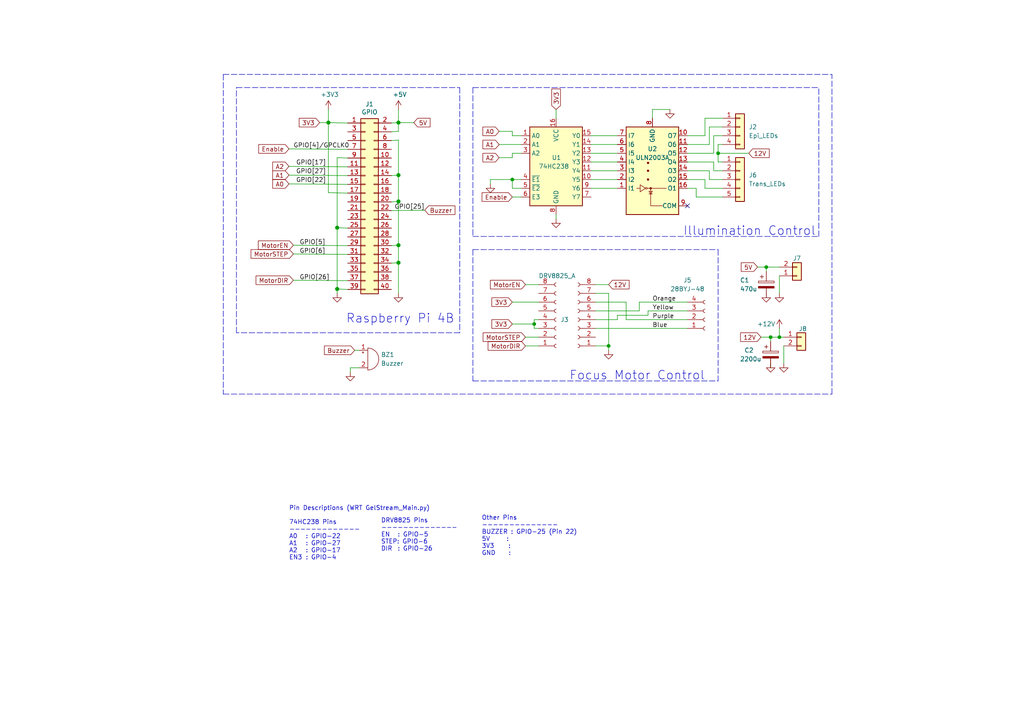
<source format=kicad_sch>
(kicad_sch (version 20211123) (generator eeschema)
  (paper "A4")
  (lib_symbols
    (symbol "74xx:74HC238"
      (property "Reference" "U" (at -7.62 13.97 0))
      (property "Value" "74HC238" (at 2.54 -11.43 0))
      (symbol "74HC238_0_1"
        (rectangle (start -7.62 12.7) (end 7.62 -10.16) (stroke (width 0.254)) (fill (type background)))
      )
      (symbol "74HC238_1_1"
        (pin input line (at -10.16 10.16 0) (length 2.54) (name "A0") (number "1"))
        (pin output line (at 10.16 -2.54 180) (length 2.54) (name "Y5") (number "10"))
        (pin output line (at 10.16 0 180) (length 2.54) (name "Y4") (number "11"))
        (pin output line (at 10.16 2.54 180) (length 2.54) (name "Y3") (number "12"))
        (pin output line (at 10.16 5.08 180) (length 2.54) (name "Y2") (number "13"))
        (pin output line (at 10.16 7.62 180) (length 2.54) (name "Y1") (number "14"))
        (pin output line (at 10.16 10.16 180) (length 2.54) (name "Y0") (number "15"))
        (pin power_in line (at 0 15.24 270) (length 2.54) (name "VCC") (number "16"))
        (pin input line (at -10.16 7.62 0) (length 2.54) (name "A1") (number "2"))
        (pin input line (at -10.16 5.08 0) (length 2.54) (name "A2") (number "3"))
        (pin input line (at -10.16 -2.54 0) (length 2.54) (name "~{E1}") (number "4"))
        (pin input line (at -10.16 -5.08 0) (length 2.54) (name "~{E2}") (number "5"))
        (pin input line (at -10.16 -7.62 0) (length 2.54) (name "E3") (number "6"))
        (pin output line (at 10.16 -7.62 180) (length 2.54) (name "Y7") (number "7"))
        (pin power_in line (at 0 -12.7 90) (length 2.54) (name "GND") (number "8"))
        (pin output line (at 10.16 -5.08 180) (length 2.54) (name "Y6") (number "9"))
      )
    )
    (symbol "Connector:Conn_01x04_Female" (pin_names (offset 1.016) hide)
      (property "Reference" "J" (at 0 5.08 0))
      (property "Value" "Conn_01x04_Female" (at 0 -7.62 0))
      (symbol "Conn_01x04_Female_1_1"
        (arc (start 0 -4.572) (mid -0.508 -5.08) (end 0 -5.588) (stroke (width 0.1524)))
        (arc (start 0 -2.032) (mid -0.508 -2.54) (end 0 -3.048) (stroke (width 0.1524)))
        (polyline (pts (xy -1.27 -5.08) (xy -0.508 -5.08)) (stroke (width 0.1524)))
        (polyline (pts (xy -1.27 -2.54) (xy -0.508 -2.54)) (stroke (width 0.1524)))
        (polyline (pts (xy -1.27 0) (xy -0.508 0)) (stroke (width 0.1524)))
        (polyline (pts (xy -1.27 2.54) (xy -0.508 2.54)) (stroke (width 0.1524)))
        (arc (start 0 0.508) (mid -0.508 0) (end 0 -0.508) (stroke (width 0.1524)))
        (arc (start 0 3.048) (mid -0.508 2.54) (end 0 2.032) (stroke (width 0.1524)))
        (pin passive line (at -5.08 2.54 0) (length 3.81) (name "Pin_1") (number "1"))
        (pin passive line (at -5.08 0 0) (length 3.81) (name "Pin_2") (number "2"))
        (pin passive line (at -5.08 -2.54 0) (length 3.81) (name "Pin_3") (number "3"))
        (pin passive line (at -5.08 -5.08 0) (length 3.81) (name "Pin_4") (number "4"))
      )
    )
    (symbol "Connector:Conn_01x08_Female" (pin_names (offset 1.016) hide)
      (property "Reference" "J" (at 0 10.16 0))
      (property "Value" "Conn_01x08_Female" (at 0 -12.7 0))
      (symbol "Conn_01x08_Female_1_1"
        (arc (start 0 -9.652) (mid -0.508 -10.16) (end 0 -10.668) (stroke (width 0.1524)))
        (arc (start 0 -7.112) (mid -0.508 -7.62) (end 0 -8.128) (stroke (width 0.1524)))
        (arc (start 0 -4.572) (mid -0.508 -5.08) (end 0 -5.588) (stroke (width 0.1524)))
        (arc (start 0 -2.032) (mid -0.508 -2.54) (end 0 -3.048) (stroke (width 0.1524)))
        (polyline (pts (xy -1.27 -10.16) (xy -0.508 -10.16)) (stroke (width 0.1524)))
        (polyline (pts (xy -1.27 -7.62) (xy -0.508 -7.62)) (stroke (width 0.1524)))
        (polyline (pts (xy -1.27 -5.08) (xy -0.508 -5.08)) (stroke (width 0.1524)))
        (polyline (pts (xy -1.27 -2.54) (xy -0.508 -2.54)) (stroke (width 0.1524)))
        (polyline (pts (xy -1.27 0) (xy -0.508 0)) (stroke (width 0.1524)))
        (polyline (pts (xy -1.27 2.54) (xy -0.508 2.54)) (stroke (width 0.1524)))
        (polyline (pts (xy -1.27 5.08) (xy -0.508 5.08)) (stroke (width 0.1524)))
        (polyline (pts (xy -1.27 7.62) (xy -0.508 7.62)) (stroke (width 0.1524)))
        (arc (start 0 0.508) (mid -0.508 0) (end 0 -0.508) (stroke (width 0.1524)))
        (arc (start 0 3.048) (mid -0.508 2.54) (end 0 2.032) (stroke (width 0.1524)))
        (arc (start 0 5.588) (mid -0.508 5.08) (end 0 4.572) (stroke (width 0.1524)))
        (arc (start 0 8.128) (mid -0.508 7.62) (end 0 7.112) (stroke (width 0.1524)))
        (pin passive line (at -5.08 7.62 0) (length 3.81) (name "Pin_1") (number "1"))
        (pin passive line (at -5.08 5.08 0) (length 3.81) (name "Pin_2") (number "2"))
        (pin passive line (at -5.08 2.54 0) (length 3.81) (name "Pin_3") (number "3"))
        (pin passive line (at -5.08 0 0) (length 3.81) (name "Pin_4") (number "4"))
        (pin passive line (at -5.08 -2.54 0) (length 3.81) (name "Pin_5") (number "5"))
        (pin passive line (at -5.08 -5.08 0) (length 3.81) (name "Pin_6") (number "6"))
        (pin passive line (at -5.08 -7.62 0) (length 3.81) (name "Pin_7") (number "7"))
        (pin passive line (at -5.08 -10.16 0) (length 3.81) (name "Pin_8") (number "8"))
      )
    )
    (symbol "Connector_Generic:Conn_01x02" (pin_names (offset 1.016) hide)
      (property "Reference" "J" (at 0 2.54 0))
      (property "Value" "Conn_01x02" (at 0 -5.08 0))
      (symbol "Conn_01x02_1_1"
        (rectangle (start -1.27 -2.413) (end 0 -2.667) (stroke (width 0.1524)))
        (rectangle (start -1.27 0.127) (end 0 -0.127) (stroke (width 0.1524)))
        (rectangle (start -1.27 1.27) (end 1.27 -3.81) (stroke (width 0.254)) (fill (type background)))
        (pin passive line (at -5.08 0 0) (length 3.81) (name "Pin_1") (number "1"))
        (pin passive line (at -5.08 -2.54 0) (length 3.81) (name "Pin_2") (number "2"))
      )
    )
    (symbol "Connector_Generic:Conn_01x04" (pin_names (offset 1.016) hide)
      (property "Reference" "J" (at 0 5.08 0))
      (property "Value" "Conn_01x04" (at 0 -7.62 0))
      (symbol "Conn_01x04_1_1"
        (rectangle (start -1.27 -4.953) (end 0 -5.207) (stroke (width 0.1524)))
        (rectangle (start -1.27 -2.413) (end 0 -2.667) (stroke (width 0.1524)))
        (rectangle (start -1.27 0.127) (end 0 -0.127) (stroke (width 0.1524)))
        (rectangle (start -1.27 2.667) (end 0 2.413) (stroke (width 0.1524)))
        (rectangle (start -1.27 3.81) (end 1.27 -6.35) (stroke (width 0.254)) (fill (type background)))
        (pin passive line (at -5.08 2.54 0) (length 3.81) (name "Pin_1") (number "1"))
        (pin passive line (at -5.08 0 0) (length 3.81) (name "Pin_2") (number "2"))
        (pin passive line (at -5.08 -2.54 0) (length 3.81) (name "Pin_3") (number "3"))
        (pin passive line (at -5.08 -5.08 0) (length 3.81) (name "Pin_4") (number "4"))
      )
    )
    (symbol "Connector_Generic:Conn_01x05" (pin_names (offset 1.016) hide)
      (property "Reference" "J" (at 0 7.62 0))
      (property "Value" "Conn_01x05" (at 0 -7.62 0))
      (symbol "Conn_01x05_1_1"
        (rectangle (start -1.27 -4.953) (end 0 -5.207) (stroke (width 0.1524)))
        (rectangle (start -1.27 -2.413) (end 0 -2.667) (stroke (width 0.1524)))
        (rectangle (start -1.27 0.127) (end 0 -0.127) (stroke (width 0.1524)))
        (rectangle (start -1.27 2.667) (end 0 2.413) (stroke (width 0.1524)))
        (rectangle (start -1.27 5.207) (end 0 4.953) (stroke (width 0.1524)))
        (rectangle (start -1.27 6.35) (end 1.27 -6.35) (stroke (width 0.254)) (fill (type background)))
        (pin passive line (at -5.08 5.08 0) (length 3.81) (name "Pin_1") (number "1"))
        (pin passive line (at -5.08 2.54 0) (length 3.81) (name "Pin_2") (number "2"))
        (pin passive line (at -5.08 0 0) (length 3.81) (name "Pin_3") (number "3"))
        (pin passive line (at -5.08 -2.54 0) (length 3.81) (name "Pin_4") (number "4"))
        (pin passive line (at -5.08 -5.08 0) (length 3.81) (name "Pin_5") (number "5"))
      )
    )
    (symbol "Connector_Generic:Conn_02x20_Odd_Even" (pin_names (offset 1.016) hide)
      (property "Reference" "J" (at 1.27 25.4 0))
      (property "Value" "Conn_02x20_Odd_Even" (at 1.27 -27.94 0))
      (symbol "Conn_02x20_Odd_Even_1_1"
        (rectangle (start -1.27 -25.273) (end 0 -25.527) (stroke (width 0.1524)))
        (rectangle (start -1.27 -22.733) (end 0 -22.987) (stroke (width 0.1524)))
        (rectangle (start -1.27 -20.193) (end 0 -20.447) (stroke (width 0.1524)))
        (rectangle (start -1.27 -17.653) (end 0 -17.907) (stroke (width 0.1524)))
        (rectangle (start -1.27 -15.113) (end 0 -15.367) (stroke (width 0.1524)))
        (rectangle (start -1.27 -12.573) (end 0 -12.827) (stroke (width 0.1524)))
        (rectangle (start -1.27 -10.033) (end 0 -10.287) (stroke (width 0.1524)))
        (rectangle (start -1.27 -7.493) (end 0 -7.747) (stroke (width 0.1524)))
        (rectangle (start -1.27 -4.953) (end 0 -5.207) (stroke (width 0.1524)))
        (rectangle (start -1.27 -2.413) (end 0 -2.667) (stroke (width 0.1524)))
        (rectangle (start -1.27 0.127) (end 0 -0.127) (stroke (width 0.1524)))
        (rectangle (start -1.27 2.667) (end 0 2.413) (stroke (width 0.1524)))
        (rectangle (start -1.27 5.207) (end 0 4.953) (stroke (width 0.1524)))
        (rectangle (start -1.27 7.747) (end 0 7.493) (stroke (width 0.1524)))
        (rectangle (start -1.27 10.287) (end 0 10.033) (stroke (width 0.1524)))
        (rectangle (start -1.27 12.827) (end 0 12.573) (stroke (width 0.1524)))
        (rectangle (start -1.27 15.367) (end 0 15.113) (stroke (width 0.1524)))
        (rectangle (start -1.27 17.907) (end 0 17.653) (stroke (width 0.1524)))
        (rectangle (start -1.27 20.447) (end 0 20.193) (stroke (width 0.1524)))
        (rectangle (start -1.27 22.987) (end 0 22.733) (stroke (width 0.1524)))
        (rectangle (start -1.27 24.13) (end 3.81 -26.67) (stroke (width 0.254)) (fill (type background)))
        (rectangle (start 3.81 -25.273) (end 2.54 -25.527) (stroke (width 0.1524)))
        (rectangle (start 3.81 -22.733) (end 2.54 -22.987) (stroke (width 0.1524)))
        (rectangle (start 3.81 -20.193) (end 2.54 -20.447) (stroke (width 0.1524)))
        (rectangle (start 3.81 -17.653) (end 2.54 -17.907) (stroke (width 0.1524)))
        (rectangle (start 3.81 -15.113) (end 2.54 -15.367) (stroke (width 0.1524)))
        (rectangle (start 3.81 -12.573) (end 2.54 -12.827) (stroke (width 0.1524)))
        (rectangle (start 3.81 -10.033) (end 2.54 -10.287) (stroke (width 0.1524)))
        (rectangle (start 3.81 -7.493) (end 2.54 -7.747) (stroke (width 0.1524)))
        (rectangle (start 3.81 -4.953) (end 2.54 -5.207) (stroke (width 0.1524)))
        (rectangle (start 3.81 -2.413) (end 2.54 -2.667) (stroke (width 0.1524)))
        (rectangle (start 3.81 0.127) (end 2.54 -0.127) (stroke (width 0.1524)))
        (rectangle (start 3.81 2.667) (end 2.54 2.413) (stroke (width 0.1524)))
        (rectangle (start 3.81 5.207) (end 2.54 4.953) (stroke (width 0.1524)))
        (rectangle (start 3.81 7.747) (end 2.54 7.493) (stroke (width 0.1524)))
        (rectangle (start 3.81 10.287) (end 2.54 10.033) (stroke (width 0.1524)))
        (rectangle (start 3.81 12.827) (end 2.54 12.573) (stroke (width 0.1524)))
        (rectangle (start 3.81 15.367) (end 2.54 15.113) (stroke (width 0.1524)))
        (rectangle (start 3.81 17.907) (end 2.54 17.653) (stroke (width 0.1524)))
        (rectangle (start 3.81 20.447) (end 2.54 20.193) (stroke (width 0.1524)))
        (rectangle (start 3.81 22.987) (end 2.54 22.733) (stroke (width 0.1524)))
        (pin passive line (at -5.08 22.86 0) (length 3.81) (name "Pin_1") (number "1"))
        (pin passive line (at 7.62 12.7 180) (length 3.81) (name "Pin_10") (number "10"))
        (pin passive line (at -5.08 10.16 0) (length 3.81) (name "Pin_11") (number "11"))
        (pin passive line (at 7.62 10.16 180) (length 3.81) (name "Pin_12") (number "12"))
        (pin passive line (at -5.08 7.62 0) (length 3.81) (name "Pin_13") (number "13"))
        (pin passive line (at 7.62 7.62 180) (length 3.81) (name "Pin_14") (number "14"))
        (pin passive line (at -5.08 5.08 0) (length 3.81) (name "Pin_15") (number "15"))
        (pin passive line (at 7.62 5.08 180) (length 3.81) (name "Pin_16") (number "16"))
        (pin passive line (at -5.08 2.54 0) (length 3.81) (name "Pin_17") (number "17"))
        (pin passive line (at 7.62 2.54 180) (length 3.81) (name "Pin_18") (number "18"))
        (pin passive line (at -5.08 0 0) (length 3.81) (name "Pin_19") (number "19"))
        (pin passive line (at 7.62 22.86 180) (length 3.81) (name "Pin_2") (number "2"))
        (pin passive line (at 7.62 0 180) (length 3.81) (name "Pin_20") (number "20"))
        (pin passive line (at -5.08 -2.54 0) (length 3.81) (name "Pin_21") (number "21"))
        (pin passive line (at 7.62 -2.54 180) (length 3.81) (name "Pin_22") (number "22"))
        (pin passive line (at -5.08 -5.08 0) (length 3.81) (name "Pin_23") (number "23"))
        (pin passive line (at 7.62 -5.08 180) (length 3.81) (name "Pin_24") (number "24"))
        (pin passive line (at -5.08 -7.62 0) (length 3.81) (name "Pin_25") (number "25"))
        (pin passive line (at 7.62 -7.62 180) (length 3.81) (name "Pin_26") (number "26"))
        (pin passive line (at -5.08 -10.16 0) (length 3.81) (name "Pin_27") (number "27"))
        (pin passive line (at 7.62 -10.16 180) (length 3.81) (name "Pin_28") (number "28"))
        (pin passive line (at -5.08 -12.7 0) (length 3.81) (name "Pin_29") (number "29"))
        (pin passive line (at -5.08 20.32 0) (length 3.81) (name "Pin_3") (number "3"))
        (pin passive line (at 7.62 -12.7 180) (length 3.81) (name "Pin_30") (number "30"))
        (pin passive line (at -5.08 -15.24 0) (length 3.81) (name "Pin_31") (number "31"))
        (pin passive line (at 7.62 -15.24 180) (length 3.81) (name "Pin_32") (number "32"))
        (pin passive line (at -5.08 -17.78 0) (length 3.81) (name "Pin_33") (number "33"))
        (pin passive line (at 7.62 -17.78 180) (length 3.81) (name "Pin_34") (number "34"))
        (pin passive line (at -5.08 -20.32 0) (length 3.81) (name "Pin_35") (number "35"))
        (pin passive line (at 7.62 -20.32 180) (length 3.81) (name "Pin_36") (number "36"))
        (pin passive line (at -5.08 -22.86 0) (length 3.81) (name "Pin_37") (number "37"))
        (pin passive line (at 7.62 -22.86 180) (length 3.81) (name "Pin_38") (number "38"))
        (pin passive line (at -5.08 -25.4 0) (length 3.81) (name "Pin_39") (number "39"))
        (pin passive line (at 7.62 20.32 180) (length 3.81) (name "Pin_4") (number "4"))
        (pin passive line (at 7.62 -25.4 180) (length 3.81) (name "Pin_40") (number "40"))
        (pin passive line (at -5.08 17.78 0) (length 3.81) (name "Pin_5") (number "5"))
        (pin passive line (at 7.62 17.78 180) (length 3.81) (name "Pin_6") (number "6"))
        (pin passive line (at -5.08 15.24 0) (length 3.81) (name "Pin_7") (number "7"))
        (pin passive line (at 7.62 15.24 180) (length 3.81) (name "Pin_8") (number "8"))
        (pin passive line (at -5.08 12.7 0) (length 3.81) (name "Pin_9") (number "9"))
      )
    )
    (symbol "Device:Buzzer" (pin_names (offset 0.0254) hide)
      (property "Reference" "BZ" (at 3.81 1.27 0))
      (property "Value" "Buzzer" (at 3.81 -1.27 0))
      (symbol "Buzzer_0_1"
        (arc (start 0 -3.175) (mid 3.175 0) (end 0 3.175))
        (polyline (pts (xy -1.651 1.905) (xy -1.143 1.905)))
        (polyline (pts (xy -1.397 2.159) (xy -1.397 1.651)))
        (polyline (pts (xy 0 3.175) (xy 0 -3.175)))
      )
      (symbol "Buzzer_1_1"
        (pin passive line (at -2.54 2.54 0) (length 2.54) (name "-") (number "1"))
        (pin passive line (at -2.54 -2.54 0) (length 2.54) (name "+") (number "2"))
      )
    )
    (symbol "Device:C_Polarized" (pin_numbers hide) (pin_names (offset 0.254))
      (property "Reference" "C" (at 0.635 2.54 0))
      (property "Value" "C_Polarized" (at 0.635 -2.54 0))
      (symbol "C_Polarized_0_1"
        (rectangle (start -2.286 0.508) (end 2.286 1.016))
        (polyline (pts (xy -1.778 2.286) (xy -0.762 2.286)))
        (polyline (pts (xy -1.27 2.794) (xy -1.27 1.778)))
        (rectangle (start 2.286 -0.508) (end -2.286 -1.016) (fill (type outline)))
      )
      (symbol "C_Polarized_1_1"
        (pin passive line (at 0 3.81 270) (length 2.794) (name "~") (number "1"))
        (pin passive line (at 0 -3.81 90) (length 2.794) (name "~") (number "2"))
      )
    )
    (symbol "GND_1" (power) (pin_numbers hide) (pin_names (offset 0) hide)
      (property "Value" "GND_1" (at 0 -3.81 0))
      (symbol "GND_1_0_1"
        (polyline (pts (xy 0 0) (xy 0 -1.27) (xy 1.27 -1.27) (xy 0 -2.54) (xy -1.27 -1.27) (xy 0 -1.27)))
      )
      (symbol "GND_1_1_1"
        (pin power_in line (at 0 0 270) (length 0) hide (name "GND") (number "1"))
      )
    )
    (symbol "GND_10" (power) (pin_numbers hide) (pin_names (offset 0) hide)
      (property "Value" "GND_10" (at 0 -3.81 0))
      (symbol "GND_10_0_1"
        (polyline (pts (xy 0 0) (xy 0 -1.27) (xy 1.27 -1.27) (xy 0 -2.54) (xy -1.27 -1.27) (xy 0 -1.27)))
      )
      (symbol "GND_10_1_1"
        (pin power_in line (at 0 0 270) (length 0) hide (name "GND") (number "1"))
      )
    )
    (symbol "GND_2" (power) (pin_numbers hide) (pin_names (offset 0) hide)
      (property "Value" "GND_2" (at 0 -3.81 0))
      (symbol "GND_2_0_1"
        (polyline (pts (xy 0 0) (xy 0 -1.27) (xy 1.27 -1.27) (xy 0 -2.54) (xy -1.27 -1.27) (xy 0 -1.27)))
      )
      (symbol "GND_2_1_1"
        (pin power_in line (at 0 0 270) (length 0) hide (name "GND") (number "1"))
      )
    )
    (symbol "GND_3" (power) (pin_numbers hide) (pin_names (offset 0) hide)
      (property "Value" "GND_3" (at 0 -3.81 0))
      (symbol "GND_3_0_1"
        (polyline (pts (xy 0 0) (xy 0 -1.27) (xy 1.27 -1.27) (xy 0 -2.54) (xy -1.27 -1.27) (xy 0 -1.27)))
      )
      (symbol "GND_3_1_1"
        (pin power_in line (at 0 0 270) (length 0) hide (name "GND") (number "1"))
      )
    )
    (symbol "GND_4" (power) (pin_numbers hide) (pin_names (offset 0) hide)
      (property "Value" "GND_4" (at 0 -3.81 0))
      (symbol "GND_4_0_1"
        (polyline (pts (xy 0 0) (xy 0 -1.27) (xy 1.27 -1.27) (xy 0 -2.54) (xy -1.27 -1.27) (xy 0 -1.27)))
      )
      (symbol "GND_4_1_1"
        (pin power_in line (at 0 0 270) (length 0) hide (name "GND") (number "1"))
      )
    )
    (symbol "GND_5" (power) (pin_numbers hide) (pin_names (offset 0) hide)
      (property "Value" "GND_5" (at 0 -3.81 0))
      (symbol "GND_5_0_1"
        (polyline (pts (xy 0 0) (xy 0 -1.27) (xy 1.27 -1.27) (xy 0 -2.54) (xy -1.27 -1.27) (xy 0 -1.27)))
      )
      (symbol "GND_5_1_1"
        (pin power_in line (at 0 0 270) (length 0) hide (name "GND") (number "1"))
      )
    )
    (symbol "GND_6" (power) (pin_numbers hide) (pin_names (offset 0) hide)
      (property "Value" "GND_6" (at 0 -3.81 0))
      (symbol "GND_6_0_1"
        (polyline (pts (xy 0 0) (xy 0 -1.27) (xy 1.27 -1.27) (xy 0 -2.54) (xy -1.27 -1.27) (xy 0 -1.27)))
      )
      (symbol "GND_6_1_1"
        (pin power_in line (at 0 0 270) (length 0) hide (name "GND") (number "1"))
      )
    )
    (symbol "GND_7" (power) (pin_numbers hide) (pin_names (offset 0) hide)
      (property "Value" "GND_7" (at 0 -3.81 0))
      (symbol "GND_7_0_1"
        (polyline (pts (xy 0 0) (xy 0 -1.27) (xy 1.27 -1.27) (xy 0 -2.54) (xy -1.27 -1.27) (xy 0 -1.27)))
      )
      (symbol "GND_7_1_1"
        (pin power_in line (at 0 0 270) (length 0) hide (name "GND") (number "1"))
      )
    )
    (symbol "GND_8" (power) (pin_numbers hide) (pin_names (offset 0) hide)
      (property "Value" "GND_8" (at 0 -3.81 0))
      (symbol "GND_8_0_1"
        (polyline (pts (xy 0 0) (xy 0 -1.27) (xy 1.27 -1.27) (xy 0 -2.54) (xy -1.27 -1.27) (xy 0 -1.27)))
      )
      (symbol "GND_8_1_1"
        (pin power_in line (at 0 0 270) (length 0) hide (name "GND") (number "1"))
      )
    )
    (symbol "GND_9" (power) (pin_numbers hide) (pin_names (offset 0) hide)
      (property "Value" "GND_9" (at 0 -3.81 0))
      (symbol "GND_9_0_1"
        (polyline (pts (xy 0 0) (xy 0 -1.27) (xy 1.27 -1.27) (xy 0 -2.54) (xy -1.27 -1.27) (xy 0 -1.27)))
      )
      (symbol "GND_9_1_1"
        (pin power_in line (at 0 0 270) (length 0) hide (name "GND") (number "1"))
      )
    )
    (symbol "Transistor_Array:ULN2003A"
      (property "Reference" "U" (at 0 15.875 0))
      (property "Value" "ULN2003A" (at 0 13.97 0))
      (symbol "ULN2003A_0_1"
        (rectangle (start -7.62 -12.7) (end 7.62 12.7) (stroke (width 0.254)) (fill (type background)))
        (circle (center -1.778 5.08) (radius 0.254))
        (circle (center -1.27 -2.286) (radius 0.254) (fill (type outline)))
        (circle (center -1.27 0) (radius 0.254) (fill (type outline)))
        (circle (center -1.27 2.54) (radius 0.254) (fill (type outline)))
        (circle (center -0.508 5.08) (radius 0.254) (fill (type outline)))
        (polyline (pts (xy -4.572 5.08) (xy -3.556 5.08)))
        (polyline (pts (xy -1.524 5.08) (xy 4.064 5.08)))
        (polyline (pts (xy 0 6.731) (xy -1.016 6.731)))
        (polyline (pts (xy -0.508 5.08) (xy -0.508 10.16) (xy 2.921 10.16)))
        (polyline (pts (xy -3.556 6.096) (xy -3.556 4.064) (xy -2.032 5.08) (xy -3.556 6.096)))
        (polyline (pts (xy 0 5.969) (xy -1.016 5.969) (xy -0.508 6.731) (xy 0 5.969)))
      )
      (symbol "ULN2003A_1_1"
        (pin input line (at -10.16 5.08 0) (length 2.54) (name "I1") (number "1"))
        (pin open_collector line (at 10.16 -10.16 180) (length 2.54) (name "O7") (number "10"))
        (pin open_collector line (at 10.16 -7.62 180) (length 2.54) (name "O6") (number "11"))
        (pin open_collector line (at 10.16 -5.08 180) (length 2.54) (name "O5") (number "12"))
        (pin open_collector line (at 10.16 -2.54 180) (length 2.54) (name "O4") (number "13"))
        (pin open_collector line (at 10.16 0 180) (length 2.54) (name "O3") (number "14"))
        (pin open_collector line (at 10.16 2.54 180) (length 2.54) (name "O2") (number "15"))
        (pin open_collector line (at 10.16 5.08 180) (length 2.54) (name "O1") (number "16"))
        (pin input line (at -10.16 2.54 0) (length 2.54) (name "I2") (number "2"))
        (pin input line (at -10.16 0 0) (length 2.54) (name "I3") (number "3"))
        (pin input line (at -10.16 -2.54 0) (length 2.54) (name "I4") (number "4"))
        (pin input line (at -10.16 -5.08 0) (length 2.54) (name "I5") (number "5"))
        (pin input line (at -10.16 -7.62 0) (length 2.54) (name "I6") (number "6"))
        (pin input line (at -10.16 -10.16 0) (length 2.54) (name "I7") (number "7"))
        (pin power_in line (at 0 -15.24 90) (length 2.54) (name "GND") (number "8"))
        (pin passive line (at 10.16 10.16 180) (length 2.54) (name "COM") (number "9"))
      )
    )
    (symbol "power:+12V" (power) (pin_numbers hide) (pin_names (offset 0) hide)
      (property "Value" "+12V" (at 0 3.556 0))
      (symbol "+12V_0_1"
        (polyline (pts (xy -0.762 1.27) (xy 0 2.54)))
        (polyline (pts (xy 0 0) (xy 0 2.54)))
        (polyline (pts (xy 0 2.54) (xy 0.762 1.27)))
      )
      (symbol "+12V_1_1"
        (pin power_in line (at 0 0 90) (length 0) hide (name "+12V") (number "1"))
      )
    )
    (symbol "power:+3.3V" (power) (pin_numbers hide) (pin_names (offset 0) hide)
      (property "Value" "+3.3V" (at 0 3.556 0))
      (symbol "+3.3V_0_1"
        (polyline (pts (xy -0.762 1.27) (xy 0 2.54)))
        (polyline (pts (xy 0 0) (xy 0 2.54)))
        (polyline (pts (xy 0 2.54) (xy 0.762 1.27)))
      )
      (symbol "+3.3V_1_1"
        (pin power_in line (at 0 0 90) (length 0) hide (name "+3V3") (number "1"))
      )
    )
    (symbol "power:+5V" (power) (pin_numbers hide) (pin_names (offset 0) hide)
      (property "Value" "+5V" (at 0 3.556 0))
      (symbol "+5V_0_1"
        (polyline (pts (xy -0.762 1.27) (xy 0 2.54)))
        (polyline (pts (xy 0 0) (xy 0 2.54)))
        (polyline (pts (xy 0 2.54) (xy 0.762 1.27)))
      )
      (symbol "+5V_1_1"
        (pin power_in line (at 0 0 90) (length 0) hide (name "+5V") (number "1"))
      )
    )
    (symbol "power:GND" (power) (pin_numbers hide) (pin_names (offset 0) hide)
      (property "Value" "GND" (at 0 -3.81 0))
      (symbol "GND_0_1"
        (polyline (pts (xy 0 0) (xy 0 -1.27) (xy 1.27 -1.27) (xy 0 -2.54) (xy -1.27 -1.27) (xy 0 -1.27)))
      )
      (symbol "GND_1_1"
        (pin power_in line (at 0 0 270) (length 0) hide (name "GND") (number "1"))
      )
    )
  )
  (junction (at 176.53 100.33))
  (junction (at 154.94 93.98))
  (junction (at 222.25 77.47))
  (junction (at 97.79 66.04) (diameter 1.016))
  (junction (at 115.57 71.12) (diameter 1.016))
  (junction (at 223.52 97.79))
  (junction (at 115.57 35.56) (diameter 1.016))
  (junction (at 115.57 76.2) (diameter 1.016))
  (junction (at 148.59 52.07))
  (junction (at 115.57 58.42) (diameter 1.016))
  (junction (at 115.57 50.8) (diameter 1.016))
  (junction (at 208.28 44.45))
  (junction (at 97.79 83.82) (diameter 1.016))
  (junction (at 226.06 97.79))
  (junction (at 95.25 35.56) (diameter 1.016))
  (no_connect (at 199.39 59.69))
  (wire (pts (xy 208.28 46.99) (xy 208.28 44.45)))
  (wire (pts (xy 204.47 39.37) (xy 199.39 39.37)))
  (wire (pts (xy 115.57 31.75) (xy 115.57 35.56)))
  (wire (pts (xy 187.96 90.17) (xy 199.39 90.17)))
  (wire (pts (xy 97.79 66.04) (xy 100.838 66.167)))
  (wire (pts (xy 181.61 92.71) (xy 199.39 92.71)))
  (wire (pts (xy 95.25 35.56) (xy 100.838 35.687)))
  (wire (pts (xy 199.39 49.53) (xy 205.74 49.53)))
  (wire (pts (xy 115.57 35.56) (xy 115.57 38.1)))
  (wire (pts (xy 115.57 58.42) (xy 113.538 58.547)))
  (wire (pts (xy 179.07 92.71) (xy 179.07 91.44)))
  (wire (pts (xy 205.74 52.07) (xy 209.55 52.07)))
  (wire (pts (xy 208.28 41.91) (xy 208.28 44.45)))
  (wire (pts (xy 207.01 39.37) (xy 207.01 44.45)))
  (wire (pts (xy 205.74 36.83) (xy 209.55 36.83)))
  (wire (pts (xy 209.55 46.99) (xy 208.28 46.99)))
  (wire (pts (xy 115.57 35.56) (xy 120.015 35.56)))
  (wire (pts (xy 142.24 52.07) (xy 142.24 53.34)))
  (polyline (pts (xy 208.28 72.39) (xy 208.28 110.49)))
  (wire (pts (xy 185.42 87.63) (xy 199.39 87.63)))
  (wire (pts (xy 151.13 52.07) (xy 148.59 52.07)))
  (wire (pts (xy 217.17 44.45) (xy 208.28 44.45)))
  (wire (pts (xy 154.94 95.25) (xy 156.21 95.25)))
  (wire (pts (xy 172.72 95.25) (xy 199.39 95.25)))
  (wire (pts (xy 222.25 77.47) (xy 222.25 78.74)))
  (wire (pts (xy 148.59 44.45) (xy 148.59 45.72)))
  (wire (pts (xy 148.59 39.37) (xy 151.13 39.37)))
  (wire (pts (xy 83.82 43.18) (xy 100.838 43.307)))
  (wire (pts (xy 156.21 92.71) (xy 154.94 92.71)))
  (wire (pts (xy 97.79 83.82) (xy 100.838 83.947)))
  (wire (pts (xy 154.94 93.98) (xy 154.94 95.25)))
  (wire (pts (xy 176.53 82.55) (xy 172.72 82.55)))
  (polyline (pts (xy 64.77 21.59) (xy 241.3 21.59)))
  (wire (pts (xy 171.45 52.07) (xy 179.07 52.07)))
  (polyline (pts (xy 137.16 110.49) (xy 208.28 110.49)))
  (wire (pts (xy 172.72 87.63) (xy 181.61 87.63)))
  (wire (pts (xy 207.01 44.45) (xy 199.39 44.45)))
  (wire (pts (xy 97.79 45.72) (xy 100.838 45.847)))
  (wire (pts (xy 115.57 40.64) (xy 113.538 40.767)))
  (wire (pts (xy 95.25 35.56) (xy 95.25 55.88)))
  (wire (pts (xy 115.57 50.8) (xy 113.538 50.927)))
  (polyline (pts (xy 68.58 25.4) (xy 133.35 25.4)))
  (wire (pts (xy 199.39 52.07) (xy 204.47 52.07)))
  (wire (pts (xy 151.13 44.45) (xy 148.59 44.45)))
  (wire (pts (xy 204.47 52.07) (xy 204.47 54.61)))
  (wire (pts (xy 97.79 45.72) (xy 97.79 66.04)))
  (wire (pts (xy 171.45 39.37) (xy 179.07 39.37)))
  (wire (pts (xy 115.57 71.12) (xy 115.57 76.2)))
  (polyline (pts (xy 241.3 114.3) (xy 241.3 21.59)))
  (wire (pts (xy 223.52 97.79) (xy 223.52 99.06)))
  (wire (pts (xy 220.726 97.79) (xy 223.52 97.79)))
  (wire (pts (xy 85.09 81.28) (xy 100.838 81.407)))
  (polyline (pts (xy 68.58 96.52) (xy 68.58 25.4)))
  (wire (pts (xy 209.55 41.91) (xy 208.28 41.91)))
  (wire (pts (xy 227.33 100.33) (xy 227.33 105.41)))
  (wire (pts (xy 226.06 85.09) (xy 226.06 80.01)))
  (wire (pts (xy 92.71 35.56) (xy 95.25 35.56)))
  (polyline (pts (xy 137.16 25.4) (xy 137.16 68.58)))
  (wire (pts (xy 171.45 44.45) (xy 179.07 44.45)))
  (wire (pts (xy 185.42 90.17) (xy 185.42 87.63)))
  (wire (pts (xy 144.78 41.91) (xy 151.13 41.91)))
  (wire (pts (xy 115.57 71.12) (xy 113.538 71.247)))
  (wire (pts (xy 171.45 46.99) (xy 179.07 46.99)))
  (wire (pts (xy 226.06 97.79) (xy 227.33 97.79)))
  (wire (pts (xy 113.538 61.087) (xy 123.19 60.96)))
  (wire (pts (xy 172.72 100.33) (xy 176.53 100.33)))
  (polyline (pts (xy 237.49 68.58) (xy 237.49 25.4)))
  (wire (pts (xy 115.57 58.42) (xy 115.57 71.12)))
  (wire (pts (xy 152.4 97.79) (xy 156.21 97.79)))
  (wire (pts (xy 199.39 46.99) (xy 207.01 46.99)))
  (wire (pts (xy 148.59 52.07) (xy 142.24 52.07)))
  (wire (pts (xy 161.29 31.75) (xy 161.29 34.29)))
  (wire (pts (xy 223.52 105.41) (xy 223.52 106.68)))
  (wire (pts (xy 152.4 82.55) (xy 156.21 82.55)))
  (polyline (pts (xy 137.16 72.39) (xy 137.16 110.49)))
  (wire (pts (xy 207.01 46.99) (xy 207.01 49.53)))
  (polyline (pts (xy 133.35 96.52) (xy 68.58 96.52)))
  (polyline (pts (xy 137.16 68.58) (xy 237.49 68.58)))
  (wire (pts (xy 209.55 34.29) (xy 204.47 34.29)))
  (wire (pts (xy 115.57 40.64) (xy 115.57 50.8)))
  (wire (pts (xy 115.57 50.8) (xy 115.57 58.42)))
  (wire (pts (xy 172.72 90.17) (xy 185.42 90.17)))
  (wire (pts (xy 115.57 35.56) (xy 113.538 35.687)))
  (wire (pts (xy 85.09 73.66) (xy 100.838 73.787)))
  (wire (pts (xy 102.87 101.6) (xy 104.14 101.6)))
  (wire (pts (xy 199.39 41.91) (xy 205.74 41.91)))
  (wire (pts (xy 201.93 57.15) (xy 209.55 57.15)))
  (wire (pts (xy 189.23 34.29) (xy 189.23 31.75)))
  (wire (pts (xy 176.53 85.09) (xy 176.53 100.33)))
  (wire (pts (xy 83.82 50.8) (xy 100.838 50.927)))
  (wire (pts (xy 205.74 41.91) (xy 205.74 36.83)))
  (polyline (pts (xy 137.16 25.4) (xy 237.49 25.4)))
  (wire (pts (xy 189.23 31.75) (xy 194.31 31.75)))
  (wire (pts (xy 222.25 77.47) (xy 226.06 77.47)))
  (polyline (pts (xy 137.16 72.39) (xy 208.28 72.39)))
  (wire (pts (xy 151.13 54.61) (xy 148.59 54.61)))
  (wire (pts (xy 222.25 85.09) (xy 222.25 86.36)))
  (wire (pts (xy 101.6 106.68) (xy 101.6 107.95)))
  (wire (pts (xy 148.59 45.72) (xy 144.78 45.72)))
  (wire (pts (xy 95.25 31.75) (xy 95.25 35.56)))
  (wire (pts (xy 161.29 62.23) (xy 161.29 63.5)))
  (wire (pts (xy 204.47 54.61) (xy 209.55 54.61)))
  (wire (pts (xy 171.45 41.91) (xy 179.07 41.91)))
  (wire (pts (xy 97.79 66.04) (xy 97.79 83.82)))
  (wire (pts (xy 148.59 57.15) (xy 151.13 57.15)))
  (wire (pts (xy 83.82 53.34) (xy 100.838 53.467)))
  (wire (pts (xy 148.59 52.07) (xy 148.59 54.61)))
  (wire (pts (xy 154.94 92.71) (xy 154.94 93.98)))
  (wire (pts (xy 187.96 91.44) (xy 187.96 90.17)))
  (wire (pts (xy 115.57 38.1) (xy 113.538 38.227)))
  (wire (pts (xy 152.4 100.33) (xy 156.21 100.33)))
  (wire (pts (xy 104.14 106.68) (xy 101.6 106.68)))
  (wire (pts (xy 223.52 97.79) (xy 226.06 97.79)))
  (polyline (pts (xy 133.35 25.4) (xy 133.35 96.52)))
  (wire (pts (xy 172.72 92.71) (xy 179.07 92.71)))
  (wire (pts (xy 171.45 49.53) (xy 179.07 49.53)))
  (wire (pts (xy 205.74 49.53) (xy 205.74 52.07)))
  (wire (pts (xy 97.79 83.82) (xy 97.79 85.09)))
  (wire (pts (xy 209.55 39.37) (xy 207.01 39.37)))
  (wire (pts (xy 226.06 95.25) (xy 226.06 97.79)))
  (wire (pts (xy 115.57 76.2) (xy 113.538 76.327)))
  (polyline (pts (xy 64.77 21.59) (xy 64.77 114.3)))
  (wire (pts (xy 115.57 76.2) (xy 115.57 85.09)))
  (wire (pts (xy 201.93 54.61) (xy 201.93 57.15)))
  (wire (pts (xy 95.25 55.88) (xy 100.838 56.007)))
  (wire (pts (xy 176.53 100.33) (xy 176.53 101.6)))
  (wire (pts (xy 172.72 85.09) (xy 176.53 85.09)))
  (wire (pts (xy 148.59 87.63) (xy 156.21 87.63)))
  (wire (pts (xy 148.59 38.1) (xy 148.59 39.37)))
  (wire (pts (xy 219.71 77.47) (xy 222.25 77.47)))
  (wire (pts (xy 179.07 91.44) (xy 187.96 91.44)))
  (polyline (pts (xy 64.77 114.3) (xy 241.3 114.3)))
  (wire (pts (xy 144.78 38.1) (xy 148.59 38.1)))
  (wire (pts (xy 85.09 71.12) (xy 100.838 71.247)))
  (wire (pts (xy 83.82 48.26) (xy 100.838 48.387)))
  (wire (pts (xy 204.47 34.29) (xy 204.47 39.37)))
  (wire (pts (xy 199.39 54.61) (xy 201.93 54.61)))
  (wire (pts (xy 207.01 49.53) (xy 209.55 49.53)))
  (wire (pts (xy 148.59 93.98) (xy 154.94 93.98)))
  (wire (pts (xy 181.61 87.63) (xy 181.61 92.71)))
  (wire (pts (xy 171.45 54.61) (xy 179.07 54.61)))
  (text "DRV8825 Pins\n--------------\nEN	: GPIO-5\nSTEP: GPIO-6\nDIR	: GPIO-26" (at 110.49 160.02 0) (effects (font (size 1.27 1.27)) (justify left bottom)))
  (text "Illumination Control" (at 198.12 68.58 0) (effects (font (size 2.54 2.54)) (justify left bottom)))
  (text "Raspberry Pi 4B" (at 100.33 93.98 0) (effects (font (size 2.54 2.54)) (justify left bottom)))
  (text "Other Pins\n--------------\nBUZZER : GPIO-25 (Pin 22)\n5V     : \n3V3	   : \nGND    : " (at 139.7 161.29 0) (effects (font (size 1.27 1.27)) (justify left bottom)))
  (text "Focus Motor Control" (at 165.1 110.49 0) (effects (font (size 2.54 2.54)) (justify left bottom)))
  (text "Pin Descriptions (WRT GelStream_Main.py)\n\n74HC238 Pins\n-------------\nA0	: GPIO-22\nA1	: GPIO-27\nA2	: GPIO-17\nEN3	: GPIO-4" (at 83.82 162.56 0) (effects (font (size 1.27 1.27)) (justify left bottom)))
  (label "GPIO[27]" (at 85.852 50.673 0))
  (label "GPIO[6]" (at 86.868 73.787 0))
  (label "GPIO[22]" (at 85.852 53.213 0))
  (label "GPIO[4]{slash}GPCLK0" (at 85.09 43.18 0))
  (label "Blue" (at 189.23 95.25 0))
  (label "GPIO[26]" (at 86.868 81.407 0))
  (label "Purple" (at 189.23 92.71 0))
  (label "GPIO[25]" (at 123.19 60.96 180))
  (label "GPIO[5]" (at 86.868 71.247 0))
  (label "Orange" (at 189.23 87.63 0))
  (label "GPIO[17]" (at 85.852 48.133 0))
  (label "Yellow" (at 189.23 90.17 0))
  (global_label "MotorEN" (shape input) (at 85.09 71.12 180) (property "Intersheet References" "${INTERSHEET_REFS}" (effects hide)))
  (global_label "A1" (shape input) (at 83.82 50.8 180) (property "Intersheet References" "${INTERSHEET_REFS}" (effects hide)))
  (global_label "3V3" (shape input) (at 148.59 87.63 180) (property "Intersheet References" "${INTERSHEET_REFS}" (effects hide)))
  (global_label "12V" (shape input) (at 217.17 44.45 0) (property "Intersheet References" "${INTERSHEET_REFS}" (effects hide)))
  (global_label "Enable" (shape input) (at 148.59 57.15 180) (property "Intersheet References" "${INTERSHEET_REFS}" (effects hide)))
  (global_label "3V3" (shape input) (at 161.29 31.75 90) (property "Intersheet References" "${INTERSHEET_REFS}" (effects hide)))
  (global_label "12V" (shape input) (at 176.53 82.55 0) (property "Intersheet References" "${INTERSHEET_REFS}" (effects hide)))
  (global_label "3V3" (shape input) (at 92.71 35.56 180) (property "Intersheet References" "${INTERSHEET_REFS}" (effects hide)))
  (global_label "A0" (shape input) (at 144.78 38.1 180) (property "Intersheet References" "${INTERSHEET_REFS}" (effects hide)))
  (global_label "12V" (shape input) (at 220.726 97.79 180) (property "Intersheet References" "${INTERSHEET_REFS}" (effects hide)))
  (global_label "MotorSTEP" (shape input) (at 85.09 73.66 180) (property "Intersheet References" "${INTERSHEET_REFS}" (effects hide)))
  (global_label "Buzzer" (shape input) (at 123.19 60.96 0) (property "Intersheet References" "${INTERSHEET_REFS}" (effects hide)))
  (global_label "A1" (shape input) (at 144.78 41.91 180) (property "Intersheet References" "${INTERSHEET_REFS}" (effects hide)))
  (global_label "5V" (shape input) (at 219.71 77.47 180) (property "Intersheet References" "${INTERSHEET_REFS}" (effects hide)))
  (global_label "3V3" (shape input) (at 148.59 93.98 180) (property "Intersheet References" "${INTERSHEET_REFS}" (effects hide)))
  (global_label "5V" (shape input) (at 120.015 35.56 0) (property "Intersheet References" "${INTERSHEET_REFS}" (effects hide)))
  (global_label "Buzzer" (shape input) (at 102.87 101.6 180) (property "Intersheet References" "${INTERSHEET_REFS}" (effects hide)))
  (global_label "A2" (shape input) (at 83.82 48.26 180) (property "Intersheet References" "${INTERSHEET_REFS}" (effects hide)))
  (global_label "MotorDIR" (shape input) (at 85.09 81.28 180) (property "Intersheet References" "${INTERSHEET_REFS}" (effects hide)))
  (global_label "MotorSTEP" (shape input) (at 152.4 97.79 180) (property "Intersheet References" "${INTERSHEET_REFS}" (effects hide)))
  (global_label "MotorEN" (shape input) (at 152.4 82.55 180) (property "Intersheet References" "${INTERSHEET_REFS}" (effects hide)))
  (global_label "Enable" (shape input) (at 83.82 43.18 180) (property "Intersheet References" "${INTERSHEET_REFS}" (effects hide)))
  (global_label "A2" (shape input) (at 144.78 45.72 180) (property "Intersheet References" "${INTERSHEET_REFS}" (effects hide)))
  (global_label "A0" (shape input) (at 83.82 53.34 180) (property "Intersheet References" "${INTERSHEET_REFS}" (effects hide)))
  (global_label "MotorDIR" (shape input) (at 152.4 100.33 180) (property "Intersheet References" "${INTERSHEET_REFS}" (effects hide)))
  (symbol (lib_id "Connector_Generic:Conn_02x20_Odd_Even") (at 105.918 58.547 0) (unit 1)
    (property "Reference" "J1" (at 107.188 30.2068 0))
    (property "Value" "GPIO" (at 107.188 32.512 0))
    (property "Footprint" "Connector_PinHeader_2.54mm:PinHeader_2x20_P2.54mm_Vertical" (effects hide))
  )
  (symbol (lib_name "GND_6") (lib_id "power:GND") (at 115.57 85.09 0) (unit 1)
    (property "Reference" "#PWR07" (effects hide))
    (property "Value" "GND" (effects hide))
  )
  (symbol (lib_id "Connector_Generic:Conn_01x02") (at 232.41 97.79 0) (unit 1)
    (property "Reference" "J8" (at 231.648 95.377 0) (effects (justify left)))
    (property "Value" "Conn_01x02" (effects hide))
    (property "Footprint" "TerminalBlock_MetzConnect:TerminalBlock_MetzConnect_Type011_RT05502HBWC_1x02_P5.00mm_Horizontal" (effects hide))
  )
  (symbol (lib_id "Device:C_Polarized") (at 222.25 82.55 0) (unit 1)
    (property "Reference" "C1" (at 214.63 81.28 0) (effects (justify left)))
    (property "Value" "470u" (at 214.63 83.82 0) (effects (justify left)))
    (property "Footprint" "Capacitor_THT:CP_Radial_D6.3mm_P2.50mm" (effects hide))
  )
  (symbol (lib_name "GND_2") (lib_id "power:GND") (at 161.29 63.5 0) (unit 1)
    (property "Reference" "#PWR014" (effects hide))
    (property "Value" "GND" (effects hide))
  )
  (symbol (lib_id "power:GND") (at 101.6 107.95 0) (unit 1)
    (property "Reference" "#PWR017" (effects hide))
    (property "Value" "GND" (effects hide))
  )
  (symbol (lib_name "GND_8") (lib_id "power:GND") (at 223.52 105.41 0) (unit 1)
    (property "Reference" "#PWR016" (effects hide))
    (property "Value" "GND" (effects hide))
  )
  (symbol (lib_name "GND_7") (lib_id "power:GND") (at 227.33 105.41 0) (unit 1)
    (property "Reference" "#PWR020" (effects hide))
    (property "Value" "GND" (effects hide))
  )
  (symbol (lib_id "Device:Buzzer") (at 106.68 104.14 0) (unit 1)
    (property "Reference" "BZ1" (at 110.49 102.8699 0) (effects (justify left)))
    (property "Value" "Buzzer" (at 110.49 105.4099 0) (effects (justify left)))
    (property "Footprint" "Buzzer_Beeper:Buzzer_12x9.5RM7.6" (effects hide))
  )
  (symbol (lib_id "Connector_Generic:Conn_01x04") (at 214.63 36.83 0) (unit 1)
    (property "Reference" "J2" (at 217.17 36.8299 0) (effects (justify left)))
    (property "Value" "Epi_LEDs" (at 217.17 39.37 0) (effects (justify left)))
    (property "Footprint" "Connector_PinHeader_2.54mm:PinHeader_1x04_P2.54mm_Vertical" (effects hide))
  )
  (symbol (lib_name "GND_3") (lib_id "power:GND") (at 194.31 31.75 0) (unit 1)
    (property "Reference" "#PWR0101" (effects hide))
    (property "Value" "GND" (effects hide))
  )
  (symbol (lib_id "Connector:Conn_01x08_Female") (at 161.29 92.71 0) (mirror x) (unit 1)
    (property "Reference" "J3" (at 162.56 92.7101 0) (effects (justify left)))
    (property "Value" "DRV8825_A" (at 156.21 80.01 0) (effects (justify left)))
    (property "Footprint" "Connector_PinSocket_2.54mm:PinSocket_1x08_P2.54mm_Vertical" (effects hide))
  )
  (symbol (lib_id "74xx:74HC238") (at 161.29 49.53 0) (unit 1)
    (property "Reference" "U1" (at 160.02 45.72 0) (effects (justify left)))
    (property "Value" "74HC238" (at 156.21 48.26 0) (effects (justify left)))
    (property "Footprint" "Package_SO:SOIC-16_3.9x9.9mm_P1.27mm" (effects hide))
    (property "Datasheet" "https://www.ti.com/lit/ds/symlink/cd74hc238.pdf" (effects hide))
  )
  (symbol (lib_id "power:+12V") (at 226.06 95.25 0) (unit 1)
    (property "Reference" "#PWR019" (effects hide))
    (property "Value" "+12V" (at 222.25 93.98 0))
  )
  (symbol (lib_id "Connector:Conn_01x04_Female") (at 204.47 92.71 0) (mirror x) (unit 1)
    (property "Reference" "J5" (at 199.39 81.28 0))
    (property "Value" "28BYJ-48" (at 199.39 83.82 0))
    (property "Footprint" "Connector_PinHeader_2.54mm:PinHeader_1x05_P2.54mm_Vertical" (effects hide))
  )
  (symbol (lib_id "power:+3.3V") (at 95.25 31.75 0) (unit 1)
    (property "Reference" "#PWR01" (effects hide))
    (property "Value" "+3.3V" (at 95.6183 27.4256 0))
  )
  (symbol (lib_name "GND_1") (lib_id "power:GND") (at 142.24 53.34 0) (unit 1)
    (property "Reference" "#PWR013" (effects hide))
    (property "Value" "GND" (effects hide))
  )
  (symbol (lib_id "power:+5V") (at 115.57 31.75 0) (unit 1)
    (property "Reference" "#PWR06" (effects hide))
    (property "Value" "+5V" (at 115.9383 27.4256 0))
  )
  (symbol (lib_id "Connector:Conn_01x08_Female") (at 167.64 92.71 180) (unit 1)
    (property "Reference" "J4" (effects hide))
    (property "Value" "DRV8825_B" (effects hide))
    (property "Footprint" "Connector_PinSocket_2.54mm:PinSocket_1x08_P2.54mm_Vertical" (effects hide))
  )
  (symbol (lib_id "Transistor_Array:ULN2003A") (at 189.23 49.53 0) (mirror x) (unit 1)
    (property "Reference" "U2" (at 189.23 43.18 0))
    (property "Value" "ULN2003A" (at 189.23 45.72 0))
    (property "Footprint" "Package_DIP:DIP-16_W7.62mm" (effects hide))
    (property "Datasheet" "http://www.ti.com/lit/ds/symlink/uln2003a.pdf" (effects hide))
  )
  (symbol (lib_name "GND_4") (lib_id "power:GND") (at 176.53 101.6 0) (mirror y) (unit 1)
    (property "Reference" "#PWR08" (effects hide))
    (property "Value" "GND" (effects hide))
  )
  (symbol (lib_name "GND_10") (lib_id "power:GND") (at 222.25 85.09 0) (unit 1)
    (property "Reference" "#PWR015" (effects hide))
    (property "Value" "GND" (effects hide))
  )
  (symbol (lib_name "GND_5") (lib_id "power:GND") (at 97.79 85.09 0) (unit 1)
    (property "Reference" "#PWR02" (effects hide))
    (property "Value" "GND" (effects hide))
  )
  (symbol (lib_name "GND_9") (lib_id "power:GND") (at 226.06 85.09 0) (unit 1)
    (property "Reference" "#PWR018" (effects hide))
    (property "Value" "GND" (effects hide))
  )
  (symbol (lib_id "Device:C_Polarized") (at 223.52 102.87 0) (unit 1)
    (property "Reference" "C2" (at 215.9 101.6 0) (effects (justify left)))
    (property "Value" "2200u" (at 214.63 104.14 0) (effects (justify left)))
    (property "Footprint" "Capacitor_THT:CP_Radial_D6.3mm_P2.50mm" (effects hide))
  )
  (symbol (lib_id "Connector_Generic:Conn_01x05") (at 214.63 52.07 0) (unit 1)
    (property "Reference" "J6" (at 217.17 50.7999 0) (effects (justify left)))
    (property "Value" "Trans_LEDs" (at 217.17 53.3399 0) (effects (justify left)))
    (property "Footprint" "Connector_PinHeader_2.54mm:PinHeader_1x05_P2.54mm_Vertical" (effects hide))
  )
  (symbol (lib_id "Connector_Generic:Conn_01x02") (at 231.14 80.01 0) (mirror x) (unit 1)
    (property "Reference" "J7" (at 231.14 74.93 0))
    (property "Value" "Conn_01x02" (effects hide))
    (property "Footprint" "TerminalBlock_MetzConnect:TerminalBlock_MetzConnect_Type011_RT05502HBWC_1x02_P5.00mm_Horizontal" (effects hide))
  )
)
</source>
